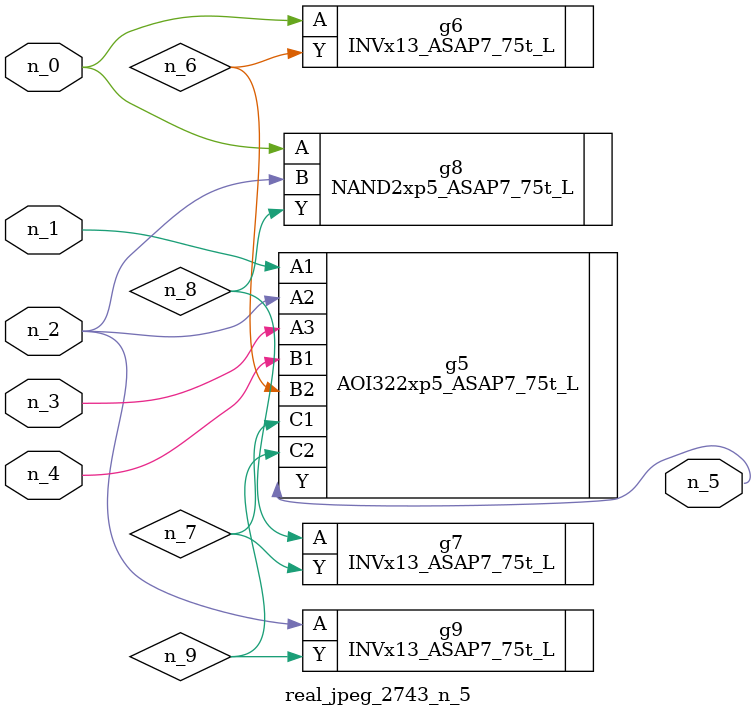
<source format=v>
module real_jpeg_2743_n_5 (n_4, n_0, n_1, n_2, n_3, n_5);

input n_4;
input n_0;
input n_1;
input n_2;
input n_3;

output n_5;

wire n_8;
wire n_6;
wire n_7;
wire n_9;

INVx13_ASAP7_75t_L g6 ( 
.A(n_0),
.Y(n_6)
);

NAND2xp5_ASAP7_75t_L g8 ( 
.A(n_0),
.B(n_2),
.Y(n_8)
);

AOI322xp5_ASAP7_75t_L g5 ( 
.A1(n_1),
.A2(n_2),
.A3(n_3),
.B1(n_4),
.B2(n_6),
.C1(n_7),
.C2(n_9),
.Y(n_5)
);

INVx13_ASAP7_75t_L g9 ( 
.A(n_2),
.Y(n_9)
);

INVx13_ASAP7_75t_L g7 ( 
.A(n_8),
.Y(n_7)
);


endmodule
</source>
